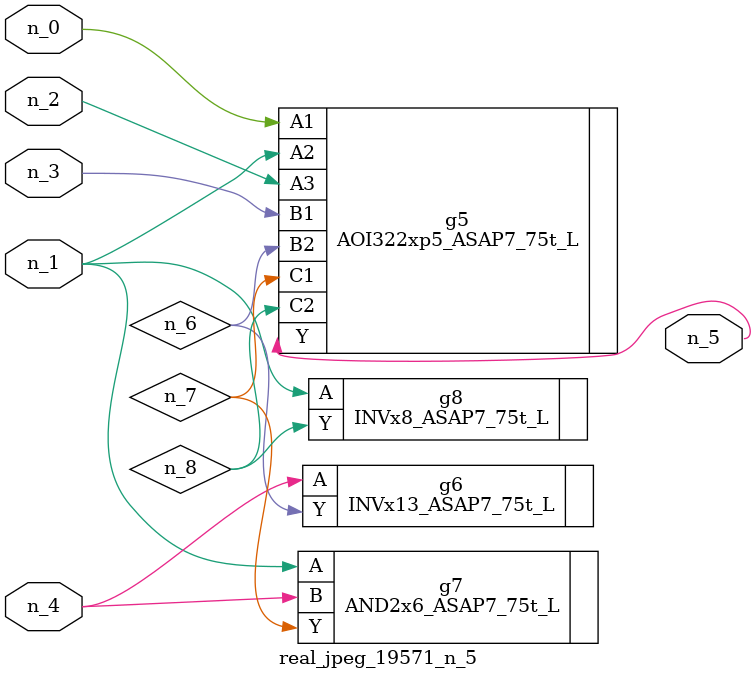
<source format=v>
module real_jpeg_19571_n_5 (n_4, n_0, n_1, n_2, n_3, n_5);

input n_4;
input n_0;
input n_1;
input n_2;
input n_3;

output n_5;

wire n_8;
wire n_6;
wire n_7;

AOI322xp5_ASAP7_75t_L g5 ( 
.A1(n_0),
.A2(n_1),
.A3(n_2),
.B1(n_3),
.B2(n_6),
.C1(n_7),
.C2(n_8),
.Y(n_5)
);

AND2x6_ASAP7_75t_L g7 ( 
.A(n_1),
.B(n_4),
.Y(n_7)
);

INVx8_ASAP7_75t_L g8 ( 
.A(n_1),
.Y(n_8)
);

INVx13_ASAP7_75t_L g6 ( 
.A(n_4),
.Y(n_6)
);


endmodule
</source>
